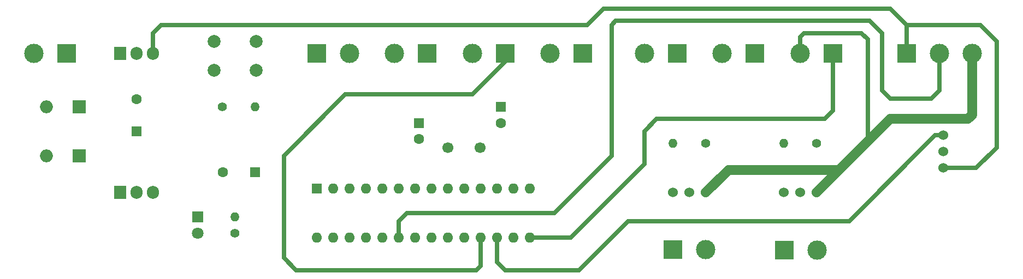
<source format=gbr>
%TF.GenerationSoftware,KiCad,Pcbnew,5.99.0+really5.1.10+dfsg1-1*%
%TF.CreationDate,2022-04-08T20:52:09+02:00*%
%TF.ProjectId,board,626f6172-642e-46b6-9963-61645f706362,rev?*%
%TF.SameCoordinates,Original*%
%TF.FileFunction,Copper,L2,Bot*%
%TF.FilePolarity,Positive*%
%FSLAX46Y46*%
G04 Gerber Fmt 4.6, Leading zero omitted, Abs format (unit mm)*
G04 Created by KiCad (PCBNEW 5.99.0+really5.1.10+dfsg1-1) date 2022-04-08 20:52:09*
%MOMM*%
%LPD*%
G01*
G04 APERTURE LIST*
%TA.AperFunction,ComponentPad*%
%ADD10C,1.524000*%
%TD*%
%TA.AperFunction,ComponentPad*%
%ADD11C,1.600000*%
%TD*%
%TA.AperFunction,ComponentPad*%
%ADD12R,1.600000X1.600000*%
%TD*%
%TA.AperFunction,ComponentPad*%
%ADD13C,3.000000*%
%TD*%
%TA.AperFunction,ComponentPad*%
%ADD14R,3.000000X3.000000*%
%TD*%
%TA.AperFunction,ComponentPad*%
%ADD15O,2.000000X2.000000*%
%TD*%
%TA.AperFunction,ComponentPad*%
%ADD16R,2.000000X2.000000*%
%TD*%
%TA.AperFunction,ComponentPad*%
%ADD17O,1.905000X2.000000*%
%TD*%
%TA.AperFunction,ComponentPad*%
%ADD18R,1.905000X2.000000*%
%TD*%
%TA.AperFunction,ComponentPad*%
%ADD19C,1.700000*%
%TD*%
%TA.AperFunction,ComponentPad*%
%ADD20C,2.000000*%
%TD*%
%TA.AperFunction,ComponentPad*%
%ADD21O,1.400000X1.400000*%
%TD*%
%TA.AperFunction,ComponentPad*%
%ADD22C,1.400000*%
%TD*%
%TA.AperFunction,ComponentPad*%
%ADD23C,1.800000*%
%TD*%
%TA.AperFunction,ComponentPad*%
%ADD24R,1.800000X1.800000*%
%TD*%
%TA.AperFunction,ComponentPad*%
%ADD25O,1.600000X1.600000*%
%TD*%
%TA.AperFunction,Conductor*%
%ADD26C,0.700000*%
%TD*%
%TA.AperFunction,Conductor*%
%ADD27C,1.500000*%
%TD*%
G04 APERTURE END LIST*
D10*
%TO.P,AT_OPENSW_Q1,3*%
%TO.N,GND*%
X165100000Y-66675000D03*
%TO.P,AT_OPENSW_Q1,2*%
%TO.N,Net-(AT_OPENSW_Q1-Pad2)*%
X162560000Y-66675000D03*
%TO.P,AT_OPENSW_Q1,1*%
%TO.N,Net-(AT_OPENSW_Q1-Pad1)*%
X160020000Y-66675000D03*
%TD*%
%TO.P,AT_CLOSESW_Q1,3*%
%TO.N,GND*%
X147955000Y-66675000D03*
%TO.P,AT_CLOSESW_Q1,2*%
%TO.N,Net-(AT_CLOSESW_Q1-Pad2)*%
X145415000Y-66675000D03*
%TO.P,AT_CLOSESW_Q1,1*%
%TO.N,Net-(AT_CLOSESW_Q1-Pad1)*%
X142875000Y-66675000D03*
%TD*%
D11*
%TO.P,AT_XTAL_C2,2*%
%TO.N,Net-(AT_328P1-Pad9)*%
X103505000Y-58380000D03*
D12*
%TO.P,AT_XTAL_C2,1*%
%TO.N,GND*%
X103505000Y-55880000D03*
%TD*%
D11*
%TO.P,AT_XTAL_C1,2*%
%TO.N,Net-(AT_328P1-Pad10)*%
X116205000Y-55880000D03*
D12*
%TO.P,AT_XTAL_C1,1*%
%TO.N,GND*%
X116205000Y-53380000D03*
%TD*%
D13*
%TO.P,AT_OPEN_LIMIT1,2*%
%TO.N,GND*%
X138430000Y-45085000D03*
D14*
%TO.P,AT_OPEN_LIMIT1,1*%
%TO.N,AT_P5*%
X143510000Y-45085000D03*
%TD*%
D13*
%TO.P,AT_OPEN1,2*%
%TO.N,GND*%
X99695000Y-45085000D03*
D14*
%TO.P,AT_OPEN1,1*%
%TO.N,AT_P2*%
X104775000Y-45085000D03*
%TD*%
D13*
%TO.P,MV_SCREW1,2*%
%TO.N,Net-(MV_12V_D1-Pad2)*%
X43815000Y-45085000D03*
D14*
%TO.P,MV_SCREW1,1*%
%TO.N,GND*%
X48895000Y-45085000D03*
%TD*%
D15*
%TO.P,MV_5V_D1,2*%
%TO.N,Net-(MV_12V_D1-Pad2)*%
X45720000Y-53340000D03*
D16*
%TO.P,MV_5V_D1,1*%
%TO.N,Net-(MV_5V_7805-Pad1)*%
X50800000Y-53340000D03*
%TD*%
D11*
%TO.P,MV_5V_C1,2*%
%TO.N,GND*%
X59690000Y-52150000D03*
D12*
%TO.P,MV_5V_C1,1*%
%TO.N,V5*%
X59690000Y-57150000D03*
%TD*%
D17*
%TO.P,MV_5V_7805,3*%
%TO.N,V5*%
X62230000Y-45085000D03*
%TO.P,MV_5V_7805,2*%
%TO.N,GND*%
X59690000Y-45085000D03*
D18*
%TO.P,MV_5V_7805,1*%
%TO.N,Net-(MV_5V_7805-Pad1)*%
X57150000Y-45085000D03*
%TD*%
D15*
%TO.P,MV_12V_D1,2*%
%TO.N,Net-(MV_12V_D1-Pad2)*%
X45720000Y-60960000D03*
D16*
%TO.P,MV_12V_D1,1*%
%TO.N,Net-(MV_12V_7812-Pad1)*%
X50800000Y-60960000D03*
%TD*%
D17*
%TO.P,MV_12V_7812,3*%
%TO.N,V12*%
X62230000Y-66675000D03*
%TO.P,MV_12V_7812,2*%
%TO.N,GND*%
X59690000Y-66675000D03*
D18*
%TO.P,MV_12V_7812,1*%
%TO.N,Net-(MV_12V_7812-Pad1)*%
X57150000Y-66675000D03*
%TD*%
D19*
%TO.P,AT_XTAL1,2*%
%TO.N,Net-(AT_328P1-Pad10)*%
X112950000Y-59690000D03*
%TO.P,AT_XTAL1,1*%
%TO.N,Net-(AT_328P1-Pad9)*%
X107950000Y-59690000D03*
%TD*%
D11*
%TO.P,AT_V_C1,2*%
%TO.N,GND*%
X73105000Y-63500000D03*
D12*
%TO.P,AT_V_C1,1*%
%TO.N,V5*%
X78105000Y-63500000D03*
%TD*%
D13*
%TO.P,AT_UART_SCREW1,2*%
%TO.N,AT_TX*%
X92710000Y-45085000D03*
D14*
%TO.P,AT_UART_SCREW1,1*%
%TO.N,AT_RX*%
X87630000Y-45085000D03*
%TD*%
D13*
%TO.P,AT_STOP1,2*%
%TO.N,GND*%
X123825000Y-45085000D03*
D14*
%TO.P,AT_STOP1,1*%
%TO.N,AT_P4*%
X128905000Y-45085000D03*
%TD*%
D10*
%TO.P,AT_RF1,4*%
%TO.N,V5*%
X184785000Y-62865000D03*
%TO.P,AT_RF1,3*%
%TO.N,Net-(AT_RF1-Pad3)*%
X184785000Y-60325000D03*
%TO.P,AT_RF1,2*%
%TO.N,AT_P11*%
X184785000Y-57785000D03*
%TO.P,AT_RF1,1*%
%TO.N,GND*%
X184785000Y-55245000D03*
%TD*%
D20*
%TO.P,AT_RES_SW1,1*%
%TO.N,Net-(AT_328P1-Pad1)*%
X78255000Y-43180000D03*
%TO.P,AT_RES_SW1,2*%
%TO.N,GND*%
X78255000Y-47680000D03*
%TO.P,AT_RES_SW1,1*%
%TO.N,Net-(AT_328P1-Pad1)*%
X71755000Y-43180000D03*
%TO.P,AT_RES_SW1,2*%
%TO.N,GND*%
X71755000Y-47680000D03*
%TD*%
D21*
%TO.P,AT_RES_R1,2*%
%TO.N,Net-(AT_328P1-Pad1)*%
X78105000Y-53340000D03*
D22*
%TO.P,AT_RES_R1,1*%
%TO.N,V5*%
X73025000Y-53340000D03*
%TD*%
D21*
%TO.P,AT_R1,2*%
%TO.N,Net-(AT_LED1-Pad1)*%
X74930000Y-70485000D03*
D22*
%TO.P,AT_R1,1*%
%TO.N,GND*%
X74930000Y-73025000D03*
%TD*%
D13*
%TO.P,AT_OPENSW_SCREW1,2*%
%TO.N,Net-(AT_OPENSW_Q1-Pad1)*%
X165175000Y-75615000D03*
D14*
%TO.P,AT_OPENSW_SCREW1,1*%
%TO.N,V12*%
X160095000Y-75615000D03*
%TD*%
D21*
%TO.P,AT_OPENSW_R1,2*%
%TO.N,AT_P7*%
X160020000Y-59055000D03*
D22*
%TO.P,AT_OPENSW_R1,1*%
%TO.N,Net-(AT_OPENSW_Q1-Pad2)*%
X165100000Y-59055000D03*
%TD*%
D13*
%TO.P,AT_OBST_SCREW1,3*%
%TO.N,GND*%
X189230000Y-45085000D03*
%TO.P,AT_OBST_SCREW1,2*%
%TO.N,AT_PA0*%
X184150000Y-45085000D03*
D14*
%TO.P,AT_OBST_SCREW1,1*%
%TO.N,V5*%
X179070000Y-45085000D03*
%TD*%
D23*
%TO.P,AT_LED1,2*%
%TO.N,Net-(AT_328P1-Pad19)*%
X69215000Y-73025000D03*
D24*
%TO.P,AT_LED1,1*%
%TO.N,Net-(AT_LED1-Pad1)*%
X69215000Y-70485000D03*
%TD*%
D13*
%TO.P,AT_INDI_SCREW1,2*%
%TO.N,GND*%
X162560000Y-45085000D03*
D14*
%TO.P,AT_INDI_SCREW1,1*%
%TO.N,AT_P9*%
X167640000Y-45085000D03*
%TD*%
D13*
%TO.P,AT_CLOSESW_SCREW1,2*%
%TO.N,Net-(AT_CLOSESW_Q1-Pad1)*%
X147955000Y-75565000D03*
D14*
%TO.P,AT_CLOSESW_SCREW1,1*%
%TO.N,V12*%
X142875000Y-75565000D03*
%TD*%
D21*
%TO.P,AT_CLOSESW_R1,2*%
%TO.N,AT_P8*%
X142875000Y-59055000D03*
D22*
%TO.P,AT_CLOSESW_R1,1*%
%TO.N,Net-(AT_CLOSESW_Q1-Pad2)*%
X147955000Y-59055000D03*
%TD*%
D13*
%TO.P,AT_CLOSE_LIMIT1,2*%
%TO.N,GND*%
X150495000Y-45085000D03*
D14*
%TO.P,AT_CLOSE_LIMIT1,1*%
%TO.N,AT_P6*%
X155575000Y-45085000D03*
%TD*%
D13*
%TO.P,AT_CLOSE1,2*%
%TO.N,GND*%
X111760000Y-45085000D03*
D14*
%TO.P,AT_CLOSE1,1*%
%TO.N,AT_P12*%
X116840000Y-45085000D03*
%TD*%
D25*
%TO.P,AT_328P1,28*%
%TO.N,Net-(AT_328P1-Pad28)*%
X87630000Y-73660000D03*
%TO.P,AT_328P1,14*%
%TO.N,AT_P8*%
X120650000Y-66040000D03*
%TO.P,AT_328P1,27*%
%TO.N,Net-(AT_328P1-Pad27)*%
X90170000Y-73660000D03*
%TO.P,AT_328P1,13*%
%TO.N,AT_P7*%
X118110000Y-66040000D03*
%TO.P,AT_328P1,26*%
%TO.N,Net-(AT_328P1-Pad26)*%
X92710000Y-73660000D03*
%TO.P,AT_328P1,12*%
%TO.N,AT_P6*%
X115570000Y-66040000D03*
%TO.P,AT_328P1,25*%
%TO.N,Net-(AT_328P1-Pad25)*%
X95250000Y-73660000D03*
%TO.P,AT_328P1,11*%
%TO.N,AT_P5*%
X113030000Y-66040000D03*
%TO.P,AT_328P1,24*%
%TO.N,Net-(AT_328P1-Pad24)*%
X97790000Y-73660000D03*
%TO.P,AT_328P1,10*%
%TO.N,Net-(AT_328P1-Pad10)*%
X110490000Y-66040000D03*
%TO.P,AT_328P1,23*%
%TO.N,AT_PA0*%
X100330000Y-73660000D03*
%TO.P,AT_328P1,9*%
%TO.N,Net-(AT_328P1-Pad9)*%
X107950000Y-66040000D03*
%TO.P,AT_328P1,22*%
%TO.N,GND*%
X102870000Y-73660000D03*
%TO.P,AT_328P1,8*%
X105410000Y-66040000D03*
%TO.P,AT_328P1,21*%
%TO.N,Net-(AT_328P1-Pad21)*%
X105410000Y-73660000D03*
%TO.P,AT_328P1,7*%
%TO.N,V5*%
X102870000Y-66040000D03*
%TO.P,AT_328P1,20*%
X107950000Y-73660000D03*
%TO.P,AT_328P1,6*%
%TO.N,AT_P4*%
X100330000Y-66040000D03*
%TO.P,AT_328P1,19*%
%TO.N,Net-(AT_328P1-Pad19)*%
X110490000Y-73660000D03*
%TO.P,AT_328P1,5*%
%TO.N,Net-(AT_328P1-Pad5)*%
X97790000Y-66040000D03*
%TO.P,AT_328P1,18*%
%TO.N,AT_P12*%
X113030000Y-73660000D03*
%TO.P,AT_328P1,4*%
%TO.N,AT_P2*%
X95250000Y-66040000D03*
%TO.P,AT_328P1,17*%
%TO.N,AT_P11*%
X115570000Y-73660000D03*
%TO.P,AT_328P1,3*%
%TO.N,AT_TX*%
X92710000Y-66040000D03*
%TO.P,AT_328P1,16*%
%TO.N,AT_P10*%
X118110000Y-73660000D03*
%TO.P,AT_328P1,2*%
%TO.N,AT_RX*%
X90170000Y-66040000D03*
%TO.P,AT_328P1,15*%
%TO.N,AT_P9*%
X120650000Y-73660000D03*
D12*
%TO.P,AT_328P1,1*%
%TO.N,Net-(AT_328P1-Pad1)*%
X87630000Y-66040000D03*
%TD*%
D26*
%TO.N,AT_PA0*%
X101600000Y-69850000D02*
X100330000Y-71120000D01*
X133350000Y-40640000D02*
X133350000Y-60960000D01*
X124460000Y-69850000D02*
X101600000Y-69850000D01*
X133985000Y-40005000D02*
X133350000Y-40640000D01*
X173355000Y-40005000D02*
X133985000Y-40005000D01*
X175260000Y-41910000D02*
X173355000Y-40005000D01*
X175260000Y-50800000D02*
X175260000Y-41910000D01*
X176530000Y-52070000D02*
X175260000Y-50800000D01*
X100330000Y-71120000D02*
X100330000Y-73660000D01*
X133350000Y-60960000D02*
X124460000Y-69850000D01*
X182880000Y-52070000D02*
X176530000Y-52070000D01*
X184150000Y-50800000D02*
X182880000Y-52070000D01*
X184150000Y-45085000D02*
X184150000Y-50800000D01*
%TO.N,GND*%
X165100000Y-66675000D02*
X168592500Y-63182500D01*
X173037500Y-58737500D02*
X176530000Y-55245000D01*
X168592500Y-63182500D02*
X173037500Y-58737500D01*
X173037500Y-42862500D02*
X173037500Y-58737500D01*
X172085000Y-41910000D02*
X173037500Y-42862500D01*
X163195000Y-41910000D02*
X172085000Y-41910000D01*
X162560000Y-42545000D02*
X163195000Y-41910000D01*
X162560000Y-45085000D02*
X162560000Y-42545000D01*
D27*
X147955000Y-66675000D02*
X151130000Y-63500000D01*
D26*
X151130000Y-63500000D02*
X151447500Y-63182500D01*
D27*
X151447500Y-63182500D02*
X168592500Y-63182500D01*
X165100000Y-66675000D02*
X176530000Y-55245000D01*
X176530000Y-55245000D02*
X184785000Y-55245000D01*
X188595000Y-55245000D02*
X189230000Y-54610000D01*
X184785000Y-55245000D02*
X188595000Y-55245000D01*
X189230000Y-45085000D02*
X189230000Y-54610000D01*
D26*
%TO.N,V5*%
X62230000Y-41910000D02*
X63500000Y-40640000D01*
X62230000Y-45085000D02*
X62230000Y-41910000D01*
X132080000Y-38100000D02*
X129540000Y-40640000D01*
X129540000Y-40640000D02*
X122555000Y-40640000D01*
X63500000Y-40640000D02*
X122555000Y-40640000D01*
X176530000Y-38100000D02*
X179070000Y-40640000D01*
X179070000Y-45085000D02*
X179070000Y-40640000D01*
X176530000Y-38100000D02*
X132080000Y-38100000D01*
X190500000Y-40640000D02*
X193040000Y-43180000D01*
X179070000Y-40640000D02*
X190500000Y-40640000D01*
X189865000Y-62865000D02*
X193040000Y-59690000D01*
X189865000Y-62865000D02*
X184785000Y-62865000D01*
X193040000Y-45720000D02*
X193040000Y-59690000D01*
X193040000Y-43180000D02*
X193040000Y-45720000D01*
%TO.N,AT_P12*%
X116840000Y-45085000D02*
X116840000Y-46355000D01*
X116840000Y-46355000D02*
X111760000Y-51435000D01*
X111760000Y-51435000D02*
X92075000Y-51435000D01*
X92075000Y-51435000D02*
X82550000Y-60960000D01*
X82550000Y-60960000D02*
X82550000Y-76835000D01*
X82550000Y-76835000D02*
X84455000Y-78740000D01*
X84455000Y-78740000D02*
X112395000Y-78740000D01*
X113030000Y-78105000D02*
X113030000Y-73660000D01*
X112395000Y-78740000D02*
X113030000Y-78105000D01*
%TO.N,AT_P11*%
X170180000Y-71120000D02*
X183515000Y-57785000D01*
X135890000Y-71120000D02*
X170180000Y-71120000D01*
X183515000Y-57785000D02*
X184785000Y-57785000D01*
X116840000Y-78740000D02*
X128270000Y-78740000D01*
X115570000Y-77470000D02*
X116840000Y-78740000D01*
X128270000Y-78740000D02*
X135890000Y-71120000D01*
X115570000Y-73660000D02*
X115570000Y-77470000D01*
%TO.N,AT_P9*%
X138430000Y-57150000D02*
X138430000Y-62230000D01*
X127000000Y-73660000D02*
X120650000Y-73660000D01*
X140335000Y-55245000D02*
X138430000Y-57150000D01*
X166370000Y-55245000D02*
X140335000Y-55245000D01*
X167640000Y-53975000D02*
X166370000Y-55245000D01*
X138430000Y-62230000D02*
X127000000Y-73660000D01*
X167640000Y-45085000D02*
X167640000Y-53975000D01*
%TD*%
M02*

</source>
